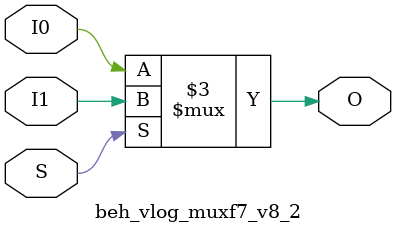
<source format=v>
module beh_vlog_muxf7_v8_2 (O, I0, I1, S);
    output O;
    reg    O;
    input  I0, I1, S;
	always @(I0 or I1 or S) 
	    if (S)
		O = I1;
	    else
		O = I0;
endmodule
</source>
